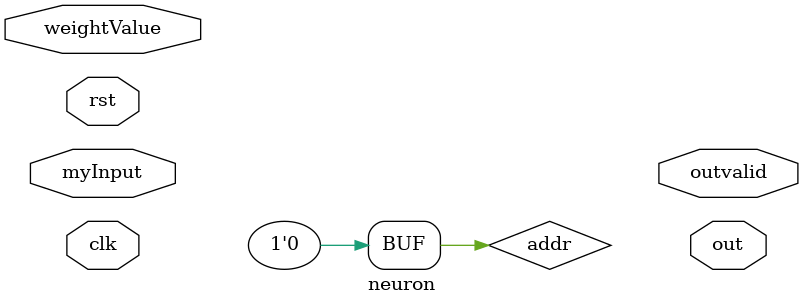
<source format=v>
`timescale 1ns/1ps

module neuron #(
    //sigmoidSize=5,actType="relu",biasFile=""
    parameter layerNo = 0, neuronNo = 0, numWeight = 10, dataWidth = 16, weightIntWidth = 1, weightFile = ""
) (
    input clk,
    input rst,
    input [dataWidth-1:0] myInput,
//    input myinputValid,
//    input weightValid,
//    input biasValid,
    input [31:0] weightValue,
//    input [31:0] biasValue,
//    input [31:0] config_layer_num,
//    input [31:0] config_neuron_num,
    output[dataWidth-1:0] out,
    output reg outvalid   
);

    parameter addressWidth = $clog2(numWeight);

    reg wen;
//    wire        ren;
    reg [addressWidth-1:0] w_addr;
    reg [addressWidth:0]   r_addr;//read address has to reach until numWeight hence width is 1 bit more
    reg [dataWidth-1:0]  w_in;
    wire [dataWidth-1:0] w_out;
    reg [2*dataWidth-1:0]  mul; 
    reg [2*dataWidth-1:0]  sum;
    reg [2*dataWidth-1:0]  bias;
    reg [31:0]    biasReg[0:0];
    reg weight_valid;
    reg mult_valid;
    wire mux_valid;
//    reg         sigValid; 
    wire [2*dataWidth:0] comboAdd;
//    wire [2*dataWidth:0] BiasAdd;
    reg  [dataWidth-1:0] myinputd;
    reg muxValid_d;
    reg muxValid_f;
    reg addr=0;
    
   //Loading weight values into the memory
    always @(posedge clk)
    begin
        if(rst)
        begin
            w_addr <= {addressWidth{1'b1}};
            wen <=0;
        end
        else if(weightValid & (config_layer_num==layerNo) & (config_neuron_num==neuronNo))
        begin
            w_in <= weightValue;
            w_addr <= w_addr + 1;
            wen <= 1;
        end
        else
            wen <= 0;
    end




endmodule
</source>
